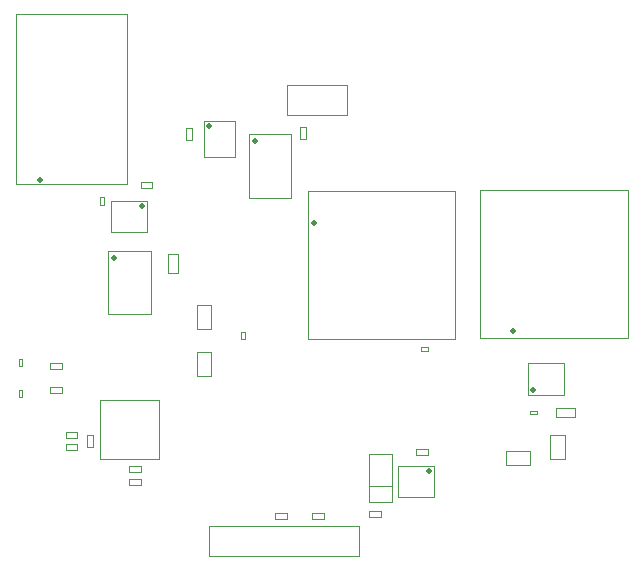
<source format=gm1>
G04 Layer_Color=16711935*
%FSLAX43Y43*%
%MOMM*%
G71*
G01*
G75*
%ADD42C,0.500*%
%ADD44C,0.100*%
D42*
X41800Y9250D02*
D03*
X48850Y21050D02*
D03*
X50600Y16125D02*
D03*
X32050Y30200D02*
D03*
X23125Y38450D02*
D03*
X27000Y37150D02*
D03*
X15100Y27300D02*
D03*
X17500Y31700D02*
D03*
X8800Y33900D02*
D03*
D44*
X41675Y10625D02*
Y11125D01*
X40675Y10625D02*
Y11125D01*
Y10625D02*
X41675D01*
X40675Y11125D02*
X41675D01*
X39180Y9670D02*
X42220D01*
X39180Y7030D02*
Y9670D01*
Y7030D02*
X42220D01*
Y9670D01*
X36725Y7950D02*
X38625D01*
X36725Y10650D02*
X38625D01*
X36725Y6650D02*
Y10650D01*
Y6650D02*
X36725Y6650D01*
X38625D01*
X38625Y6650D01*
Y10650D01*
X36700Y5325D02*
Y5825D01*
X37700Y5325D02*
Y5825D01*
X36700D02*
X37700D01*
X36700Y5325D02*
X37700D01*
X13950Y15250D02*
X15200D01*
X17700D02*
X18950D01*
Y14000D02*
Y15250D01*
Y10250D02*
Y11500D01*
Y14000D01*
X13950Y10250D02*
Y15250D01*
X15200D02*
X17700D01*
X15200Y10250D02*
X17700D01*
X18950D01*
X13950D02*
X15200D01*
X12000Y12050D02*
Y12550D01*
X11000Y12050D02*
Y12550D01*
Y12050D02*
X12000D01*
X11000Y12550D02*
X12000D01*
Y11000D02*
Y11500D01*
X11000Y11000D02*
Y11500D01*
Y11000D02*
X12000D01*
X11000Y11500D02*
X12000D01*
X12825Y12250D02*
X13325D01*
X12825Y11250D02*
X13325D01*
Y12250D01*
X12825Y11250D02*
Y12250D01*
X52050Y10275D02*
Y12274D01*
X53250Y10275D02*
Y12274D01*
X52050Y10275D02*
X53250D01*
X52050Y12274D02*
X53250D01*
X48325Y10925D02*
X50324D01*
X48325Y9725D02*
X50324D01*
X48325D02*
Y10925D01*
X50324Y9725D02*
Y10925D01*
X50950Y14025D02*
Y14325D01*
X50350Y14025D02*
Y14325D01*
Y14025D02*
X50950D01*
X50350Y14325D02*
X50950D01*
X46100Y20500D02*
Y33000D01*
X58600D01*
Y20500D02*
Y33000D01*
X46100Y20500D02*
X58600D01*
X52550Y13800D02*
X54150D01*
X52550Y14600D02*
X54150D01*
Y13800D02*
Y14600D01*
X52550Y13800D02*
Y14600D01*
X50180Y15705D02*
X53220D01*
Y18345D01*
X50180D02*
X53220D01*
X50180Y15705D02*
Y18345D01*
X41125Y19400D02*
Y19700D01*
X41725Y19400D02*
Y19700D01*
X41125D02*
X41725D01*
X41125Y19400D02*
X41725D01*
X35875Y2055D02*
Y4595D01*
X23175Y2055D02*
Y4595D01*
X35875D01*
X23175Y2055D02*
X35875D01*
X31875Y5150D02*
Y5650D01*
X32875Y5150D02*
Y5650D01*
X31875D02*
X32875D01*
X31875Y5150D02*
X32875D01*
X29750D02*
Y5650D01*
X28750Y5150D02*
Y5650D01*
Y5150D02*
X29750D01*
X28750Y5650D02*
X29750D01*
X17375Y9125D02*
Y9625D01*
X16375Y9125D02*
Y9625D01*
Y9125D02*
X17375D01*
X16375Y9625D02*
X17375D01*
Y8075D02*
Y8575D01*
X16375Y8075D02*
Y8575D01*
Y8075D02*
X17375D01*
X16375Y8575D02*
X17375D01*
X31500Y32950D02*
X44000D01*
Y20450D02*
Y32950D01*
X31500Y20450D02*
X44000D01*
X31500D02*
Y32950D01*
X25875Y20425D02*
X26175D01*
X25875Y21025D02*
X26175D01*
X25875Y20425D02*
Y21025D01*
X26175Y20425D02*
Y21025D01*
X22705Y35830D02*
Y38870D01*
Y35830D02*
X25345D01*
Y38870D01*
X22705D02*
X25345D01*
X23300Y17276D02*
Y19275D01*
X22100Y17276D02*
Y19275D01*
X23300D01*
X22100Y17276D02*
X23300D01*
Y21276D02*
Y23275D01*
X22100Y21276D02*
Y23275D01*
X23300D01*
X22100Y21276D02*
X23300D01*
X19700Y25975D02*
Y27575D01*
X20500Y25975D02*
Y27575D01*
X19700Y25975D02*
X20500D01*
X19700Y27575D02*
X20500D01*
X21175Y37300D02*
X21675D01*
X21175Y38300D02*
X21675D01*
X21175Y37300D02*
Y38300D01*
X21675Y37300D02*
Y38300D01*
X26500Y32350D02*
Y37750D01*
X30100D01*
Y32350D02*
Y37750D01*
X26500Y32350D02*
X30100D01*
X30825Y37350D02*
X31325D01*
X30825Y38350D02*
X31325D01*
X30825Y37350D02*
Y38350D01*
X31325Y37350D02*
Y38350D01*
X29785Y41945D02*
X34865D01*
X29785Y39405D02*
X34865D01*
Y41945D01*
X29785Y39405D02*
Y41945D01*
X17350Y33175D02*
Y33675D01*
X18350Y33175D02*
Y33675D01*
X17350D02*
X18350D01*
X17350Y33175D02*
X18350D01*
X14600Y22500D02*
Y27900D01*
X18200D01*
Y22500D02*
Y27900D01*
X14600Y22500D02*
X18200D01*
X14880Y32120D02*
X17920D01*
X14880Y29480D02*
Y32120D01*
Y29480D02*
X17920D01*
Y32120D01*
X13950Y31800D02*
X14250D01*
X13950Y32400D02*
X14250D01*
X13950Y31800D02*
Y32400D01*
X14250Y31800D02*
Y32400D01*
X10700Y17875D02*
Y18375D01*
X9700Y17875D02*
Y18375D01*
Y17875D02*
X10700D01*
X9700Y18375D02*
X10700D01*
X7050Y18125D02*
X7350D01*
X7050Y18725D02*
X7350D01*
X7050Y18125D02*
Y18725D01*
X7350Y18125D02*
Y18725D01*
X7050Y16125D02*
X7350D01*
X7050Y15525D02*
X7350D01*
Y16125D01*
X7050Y15525D02*
Y16125D01*
X10700Y15875D02*
Y16375D01*
X9700Y15875D02*
Y16375D01*
Y15875D02*
X10700D01*
X9700Y16375D02*
X10700D01*
X6800Y33500D02*
X16200D01*
X6800Y47900D02*
X16200D01*
X6800Y33500D02*
Y47900D01*
X16200Y33500D02*
Y47900D01*
M02*

</source>
